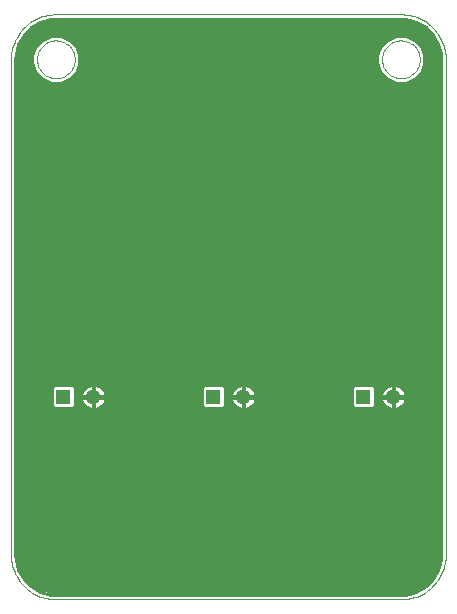
<source format=gtl>
G75*
G70*
%OFA0B0*%
%FSLAX24Y24*%
%IPPOS*%
%LPD*%
%AMOC8*
5,1,8,0,0,1.08239X$1,22.5*
%
%ADD10C,0.0000*%
%ADD11R,0.0515X0.0515*%
%ADD12C,0.0515*%
%ADD13C,0.0100*%
D10*
X000656Y002155D02*
X000656Y018655D01*
X001526Y018655D02*
X001528Y018705D01*
X001534Y018755D01*
X001544Y018804D01*
X001558Y018852D01*
X001575Y018899D01*
X001596Y018944D01*
X001621Y018988D01*
X001649Y019029D01*
X001681Y019068D01*
X001715Y019105D01*
X001752Y019139D01*
X001792Y019169D01*
X001834Y019196D01*
X001878Y019220D01*
X001924Y019241D01*
X001971Y019257D01*
X002019Y019270D01*
X002069Y019279D01*
X002118Y019284D01*
X002169Y019285D01*
X002219Y019282D01*
X002268Y019275D01*
X002317Y019264D01*
X002365Y019249D01*
X002411Y019231D01*
X002456Y019209D01*
X002499Y019183D01*
X002540Y019154D01*
X002579Y019122D01*
X002615Y019087D01*
X002647Y019049D01*
X002677Y019009D01*
X002704Y018966D01*
X002727Y018922D01*
X002746Y018876D01*
X002762Y018828D01*
X002774Y018779D01*
X002782Y018730D01*
X002786Y018680D01*
X002786Y018630D01*
X002782Y018580D01*
X002774Y018531D01*
X002762Y018482D01*
X002746Y018434D01*
X002727Y018388D01*
X002704Y018344D01*
X002677Y018301D01*
X002647Y018261D01*
X002615Y018223D01*
X002579Y018188D01*
X002540Y018156D01*
X002499Y018127D01*
X002456Y018101D01*
X002411Y018079D01*
X002365Y018061D01*
X002317Y018046D01*
X002268Y018035D01*
X002219Y018028D01*
X002169Y018025D01*
X002118Y018026D01*
X002069Y018031D01*
X002019Y018040D01*
X001971Y018053D01*
X001924Y018069D01*
X001878Y018090D01*
X001834Y018114D01*
X001792Y018141D01*
X001752Y018171D01*
X001715Y018205D01*
X001681Y018242D01*
X001649Y018281D01*
X001621Y018322D01*
X001596Y018366D01*
X001575Y018411D01*
X001558Y018458D01*
X001544Y018506D01*
X001534Y018555D01*
X001528Y018605D01*
X001526Y018655D01*
X000656Y018655D02*
X000658Y018731D01*
X000664Y018807D01*
X000673Y018882D01*
X000687Y018957D01*
X000704Y019031D01*
X000725Y019104D01*
X000749Y019176D01*
X000778Y019247D01*
X000809Y019316D01*
X000844Y019383D01*
X000883Y019448D01*
X000925Y019512D01*
X000970Y019573D01*
X001018Y019632D01*
X001069Y019688D01*
X001123Y019742D01*
X001179Y019793D01*
X001238Y019841D01*
X001299Y019886D01*
X001363Y019928D01*
X001428Y019967D01*
X001495Y020002D01*
X001564Y020033D01*
X001635Y020062D01*
X001707Y020086D01*
X001780Y020107D01*
X001854Y020124D01*
X001929Y020138D01*
X002004Y020147D01*
X002080Y020153D01*
X002156Y020155D01*
X013656Y020155D01*
X013026Y018655D02*
X013028Y018705D01*
X013034Y018755D01*
X013044Y018804D01*
X013058Y018852D01*
X013075Y018899D01*
X013096Y018944D01*
X013121Y018988D01*
X013149Y019029D01*
X013181Y019068D01*
X013215Y019105D01*
X013252Y019139D01*
X013292Y019169D01*
X013334Y019196D01*
X013378Y019220D01*
X013424Y019241D01*
X013471Y019257D01*
X013519Y019270D01*
X013569Y019279D01*
X013618Y019284D01*
X013669Y019285D01*
X013719Y019282D01*
X013768Y019275D01*
X013817Y019264D01*
X013865Y019249D01*
X013911Y019231D01*
X013956Y019209D01*
X013999Y019183D01*
X014040Y019154D01*
X014079Y019122D01*
X014115Y019087D01*
X014147Y019049D01*
X014177Y019009D01*
X014204Y018966D01*
X014227Y018922D01*
X014246Y018876D01*
X014262Y018828D01*
X014274Y018779D01*
X014282Y018730D01*
X014286Y018680D01*
X014286Y018630D01*
X014282Y018580D01*
X014274Y018531D01*
X014262Y018482D01*
X014246Y018434D01*
X014227Y018388D01*
X014204Y018344D01*
X014177Y018301D01*
X014147Y018261D01*
X014115Y018223D01*
X014079Y018188D01*
X014040Y018156D01*
X013999Y018127D01*
X013956Y018101D01*
X013911Y018079D01*
X013865Y018061D01*
X013817Y018046D01*
X013768Y018035D01*
X013719Y018028D01*
X013669Y018025D01*
X013618Y018026D01*
X013569Y018031D01*
X013519Y018040D01*
X013471Y018053D01*
X013424Y018069D01*
X013378Y018090D01*
X013334Y018114D01*
X013292Y018141D01*
X013252Y018171D01*
X013215Y018205D01*
X013181Y018242D01*
X013149Y018281D01*
X013121Y018322D01*
X013096Y018366D01*
X013075Y018411D01*
X013058Y018458D01*
X013044Y018506D01*
X013034Y018555D01*
X013028Y018605D01*
X013026Y018655D01*
X013656Y020155D02*
X013732Y020153D01*
X013808Y020147D01*
X013883Y020138D01*
X013958Y020124D01*
X014032Y020107D01*
X014105Y020086D01*
X014177Y020062D01*
X014248Y020033D01*
X014317Y020002D01*
X014384Y019967D01*
X014449Y019928D01*
X014513Y019886D01*
X014574Y019841D01*
X014633Y019793D01*
X014689Y019742D01*
X014743Y019688D01*
X014794Y019632D01*
X014842Y019573D01*
X014887Y019512D01*
X014929Y019448D01*
X014968Y019383D01*
X015003Y019316D01*
X015034Y019247D01*
X015063Y019176D01*
X015087Y019104D01*
X015108Y019031D01*
X015125Y018957D01*
X015139Y018882D01*
X015148Y018807D01*
X015154Y018731D01*
X015156Y018655D01*
X015156Y002155D01*
X015154Y002079D01*
X015148Y002003D01*
X015139Y001928D01*
X015125Y001853D01*
X015108Y001779D01*
X015087Y001706D01*
X015063Y001634D01*
X015034Y001563D01*
X015003Y001494D01*
X014968Y001427D01*
X014929Y001362D01*
X014887Y001298D01*
X014842Y001237D01*
X014794Y001178D01*
X014743Y001122D01*
X014689Y001068D01*
X014633Y001017D01*
X014574Y000969D01*
X014513Y000924D01*
X014449Y000882D01*
X014384Y000843D01*
X014317Y000808D01*
X014248Y000777D01*
X014177Y000748D01*
X014105Y000724D01*
X014032Y000703D01*
X013958Y000686D01*
X013883Y000672D01*
X013808Y000663D01*
X013732Y000657D01*
X013656Y000655D01*
X002156Y000655D01*
X002080Y000657D01*
X002004Y000663D01*
X001929Y000672D01*
X001854Y000686D01*
X001780Y000703D01*
X001707Y000724D01*
X001635Y000748D01*
X001564Y000777D01*
X001495Y000808D01*
X001428Y000843D01*
X001363Y000882D01*
X001299Y000924D01*
X001238Y000969D01*
X001179Y001017D01*
X001123Y001068D01*
X001069Y001122D01*
X001018Y001178D01*
X000970Y001237D01*
X000925Y001298D01*
X000883Y001362D01*
X000844Y001427D01*
X000809Y001494D01*
X000778Y001563D01*
X000749Y001634D01*
X000725Y001706D01*
X000704Y001779D01*
X000687Y001853D01*
X000673Y001928D01*
X000664Y002003D01*
X000658Y002079D01*
X000656Y002155D01*
D11*
X002406Y007405D03*
X007406Y007405D03*
X012406Y007405D03*
D12*
X013406Y007405D03*
X008406Y007405D03*
X003406Y007405D03*
D13*
X000908Y001638D02*
X001085Y001333D01*
X001334Y001084D01*
X001639Y000908D01*
X001979Y000817D01*
X001979Y000817D01*
X002156Y000805D01*
X013656Y000805D01*
X013832Y000817D01*
X014172Y000908D01*
X014477Y001084D01*
X014727Y001333D01*
X014903Y001638D01*
X014994Y001979D01*
X015006Y002155D01*
X015006Y018593D01*
X015006Y018626D01*
X015006Y018655D01*
X014994Y018831D01*
X014903Y019172D01*
X014727Y019477D01*
X001084Y019477D01*
X001085Y019477D02*
X001334Y019726D01*
X001639Y019902D01*
X001979Y019994D01*
X002156Y020005D01*
X002201Y020005D01*
X002218Y020005D01*
X013656Y020005D01*
X013832Y019994D01*
X014172Y019902D01*
X014477Y019726D01*
X014727Y019477D01*
X014784Y019378D02*
X013947Y019378D01*
X013811Y019435D02*
X014097Y019316D01*
X014317Y019097D01*
X014435Y018810D01*
X014435Y018500D01*
X014317Y018213D01*
X014097Y017994D01*
X013811Y017875D01*
X013500Y017875D01*
X013214Y017994D01*
X012994Y018213D01*
X012876Y018500D01*
X012876Y018810D01*
X012994Y019097D01*
X013214Y019316D01*
X013500Y019435D01*
X013811Y019435D01*
X014134Y019280D02*
X014840Y019280D01*
X014897Y019181D02*
X014232Y019181D01*
X014323Y019083D02*
X014927Y019083D01*
X014953Y018984D02*
X014363Y018984D01*
X014404Y018886D02*
X014979Y018886D01*
X014997Y018787D02*
X014435Y018787D01*
X014435Y018689D02*
X015003Y018689D01*
X015006Y018590D02*
X014435Y018590D01*
X014432Y018491D02*
X015006Y018491D01*
X015006Y018393D02*
X014391Y018393D01*
X014350Y018294D02*
X015006Y018294D01*
X015006Y018196D02*
X014299Y018196D01*
X014201Y018097D02*
X015006Y018097D01*
X015006Y017999D02*
X014102Y017999D01*
X013871Y017900D02*
X015006Y017900D01*
X015006Y017802D02*
X000806Y017802D01*
X000806Y017900D02*
X001940Y017900D01*
X002000Y017875D02*
X002311Y017875D01*
X002597Y017994D01*
X002817Y018213D01*
X002935Y018500D01*
X002935Y018810D01*
X002817Y019097D01*
X002597Y019316D01*
X002311Y019435D01*
X002000Y019435D01*
X001714Y019316D01*
X001494Y019097D01*
X001376Y018810D01*
X001376Y018500D01*
X001494Y018213D01*
X001714Y017994D01*
X002000Y017875D01*
X001709Y017999D02*
X000806Y017999D01*
X000806Y018097D02*
X001610Y018097D01*
X001512Y018196D02*
X000806Y018196D01*
X000806Y018294D02*
X001461Y018294D01*
X001420Y018393D02*
X000806Y018393D01*
X000806Y018491D02*
X001379Y018491D01*
X001376Y018590D02*
X000806Y018590D01*
X000806Y018655D02*
X000817Y018831D01*
X000908Y019172D01*
X001085Y019477D01*
X001028Y019378D02*
X001864Y019378D01*
X001677Y019280D02*
X000971Y019280D01*
X000914Y019181D02*
X001579Y019181D01*
X001489Y019083D02*
X000884Y019083D01*
X000858Y018984D02*
X001448Y018984D01*
X001407Y018886D02*
X000832Y018886D01*
X000814Y018787D02*
X001376Y018787D01*
X001376Y018689D02*
X000808Y018689D01*
X000806Y018655D02*
X000806Y002217D01*
X000806Y002206D01*
X000806Y002155D01*
X000817Y001979D01*
X000908Y001638D01*
X000908Y001641D02*
X014903Y001641D01*
X014930Y001739D02*
X000881Y001739D01*
X000855Y001838D02*
X014956Y001838D01*
X014983Y001936D02*
X000829Y001936D01*
X000813Y002035D02*
X014998Y002035D01*
X015004Y002133D02*
X000807Y002133D01*
X000806Y002232D02*
X015006Y002232D01*
X015006Y002330D02*
X000806Y002330D01*
X000806Y002429D02*
X015006Y002429D01*
X015006Y002527D02*
X000806Y002527D01*
X000806Y002626D02*
X015006Y002626D01*
X015006Y002725D02*
X000806Y002725D01*
X000806Y002823D02*
X015006Y002823D01*
X015006Y002922D02*
X000806Y002922D01*
X000806Y003020D02*
X015006Y003020D01*
X015006Y003119D02*
X000806Y003119D01*
X000806Y003217D02*
X015006Y003217D01*
X015006Y003316D02*
X000806Y003316D01*
X000806Y003414D02*
X015006Y003414D01*
X015006Y003513D02*
X000806Y003513D01*
X000806Y003611D02*
X015006Y003611D01*
X015006Y003710D02*
X000806Y003710D01*
X000806Y003809D02*
X015006Y003809D01*
X015006Y003907D02*
X000806Y003907D01*
X000806Y004006D02*
X015006Y004006D01*
X015006Y004104D02*
X000806Y004104D01*
X000806Y004203D02*
X015006Y004203D01*
X015006Y004301D02*
X000806Y004301D01*
X000806Y004400D02*
X015006Y004400D01*
X015006Y004498D02*
X000806Y004498D01*
X000806Y004597D02*
X015006Y004597D01*
X015006Y004695D02*
X000806Y004695D01*
X000806Y004794D02*
X015006Y004794D01*
X015006Y004892D02*
X000806Y004892D01*
X000806Y004991D02*
X015006Y004991D01*
X015006Y005090D02*
X000806Y005090D01*
X000806Y005188D02*
X015006Y005188D01*
X015006Y005287D02*
X000806Y005287D01*
X000806Y005385D02*
X015006Y005385D01*
X015006Y005484D02*
X000806Y005484D01*
X000806Y005582D02*
X015006Y005582D01*
X015006Y005681D02*
X000806Y005681D01*
X000806Y005779D02*
X015006Y005779D01*
X015006Y005878D02*
X000806Y005878D01*
X000806Y005976D02*
X015006Y005976D01*
X015006Y006075D02*
X000806Y006075D01*
X000806Y006174D02*
X015006Y006174D01*
X015006Y006272D02*
X000806Y006272D01*
X000806Y006371D02*
X015006Y006371D01*
X015006Y006469D02*
X000806Y006469D01*
X000806Y006568D02*
X015006Y006568D01*
X015006Y006666D02*
X000806Y006666D01*
X000806Y006765D02*
X015006Y006765D01*
X015006Y006863D02*
X000806Y006863D01*
X000806Y006962D02*
X015006Y006962D01*
X015006Y007060D02*
X013624Y007060D01*
X013619Y007057D02*
X013671Y007094D01*
X013716Y007140D01*
X013754Y007192D01*
X013783Y007249D01*
X013803Y007310D01*
X013813Y007373D01*
X013813Y007376D01*
X013435Y007376D01*
X013435Y007434D01*
X013813Y007434D01*
X013813Y007437D01*
X013803Y007501D01*
X013783Y007562D01*
X013754Y007619D01*
X013716Y007671D01*
X013671Y007716D01*
X013619Y007754D01*
X013562Y007783D01*
X013501Y007803D01*
X013438Y007813D01*
X013434Y007813D01*
X013434Y007434D01*
X013377Y007434D01*
X013377Y007813D01*
X013374Y007813D01*
X013310Y007803D01*
X013249Y007783D01*
X013192Y007754D01*
X013140Y007716D01*
X013095Y007671D01*
X013057Y007619D01*
X013028Y007562D01*
X013008Y007501D01*
X012998Y007437D01*
X012998Y007434D01*
X013377Y007434D01*
X013377Y007376D01*
X013434Y007376D01*
X013434Y006998D01*
X013438Y006998D01*
X013501Y007008D01*
X013562Y007027D01*
X013619Y007057D01*
X013730Y007159D02*
X015006Y007159D01*
X015006Y007258D02*
X013786Y007258D01*
X013810Y007356D02*
X015006Y007356D01*
X015006Y007455D02*
X013810Y007455D01*
X013786Y007553D02*
X015006Y007553D01*
X015006Y007652D02*
X013730Y007652D01*
X013624Y007750D02*
X015006Y007750D01*
X015006Y007849D02*
X000806Y007849D01*
X000806Y007947D02*
X015006Y007947D01*
X015006Y008046D02*
X000806Y008046D01*
X000806Y008144D02*
X015006Y008144D01*
X015006Y008243D02*
X000806Y008243D01*
X000806Y008341D02*
X015006Y008341D01*
X015006Y008440D02*
X000806Y008440D01*
X000806Y008539D02*
X015006Y008539D01*
X015006Y008637D02*
X000806Y008637D01*
X000806Y008736D02*
X015006Y008736D01*
X015006Y008834D02*
X000806Y008834D01*
X000806Y008933D02*
X015006Y008933D01*
X015006Y009031D02*
X000806Y009031D01*
X000806Y009130D02*
X015006Y009130D01*
X015006Y009228D02*
X000806Y009228D01*
X000806Y009327D02*
X015006Y009327D01*
X015006Y009425D02*
X000806Y009425D01*
X000806Y009524D02*
X015006Y009524D01*
X015006Y009623D02*
X000806Y009623D01*
X000806Y009721D02*
X015006Y009721D01*
X015006Y009820D02*
X000806Y009820D01*
X000806Y009918D02*
X015006Y009918D01*
X015006Y010017D02*
X000806Y010017D01*
X000806Y010115D02*
X015006Y010115D01*
X015006Y010214D02*
X000806Y010214D01*
X000806Y010312D02*
X015006Y010312D01*
X015006Y010411D02*
X000806Y010411D01*
X000806Y010509D02*
X015006Y010509D01*
X015006Y010608D02*
X000806Y010608D01*
X000806Y010707D02*
X015006Y010707D01*
X015006Y010805D02*
X000806Y010805D01*
X000806Y010904D02*
X015006Y010904D01*
X015006Y011002D02*
X000806Y011002D01*
X000806Y011101D02*
X015006Y011101D01*
X015006Y011199D02*
X000806Y011199D01*
X000806Y011298D02*
X015006Y011298D01*
X015006Y011396D02*
X000806Y011396D01*
X000806Y011495D02*
X015006Y011495D01*
X015006Y011593D02*
X000806Y011593D01*
X000806Y011692D02*
X015006Y011692D01*
X015006Y011791D02*
X000806Y011791D01*
X000806Y011889D02*
X015006Y011889D01*
X015006Y011988D02*
X000806Y011988D01*
X000806Y012086D02*
X015006Y012086D01*
X015006Y012185D02*
X000806Y012185D01*
X000806Y012283D02*
X015006Y012283D01*
X015006Y012382D02*
X000806Y012382D01*
X000806Y012480D02*
X015006Y012480D01*
X015006Y012579D02*
X000806Y012579D01*
X000806Y012677D02*
X015006Y012677D01*
X015006Y012776D02*
X000806Y012776D01*
X000806Y012874D02*
X015006Y012874D01*
X015006Y012973D02*
X000806Y012973D01*
X000806Y013072D02*
X015006Y013072D01*
X015006Y013170D02*
X000806Y013170D01*
X000806Y013269D02*
X015006Y013269D01*
X015006Y013367D02*
X000806Y013367D01*
X000806Y013466D02*
X015006Y013466D01*
X015006Y013564D02*
X000806Y013564D01*
X000806Y013663D02*
X015006Y013663D01*
X015006Y013761D02*
X000806Y013761D01*
X000806Y013860D02*
X015006Y013860D01*
X015006Y013958D02*
X000806Y013958D01*
X000806Y014057D02*
X015006Y014057D01*
X015006Y014156D02*
X000806Y014156D01*
X000806Y014254D02*
X015006Y014254D01*
X015006Y014353D02*
X000806Y014353D01*
X000806Y014451D02*
X015006Y014451D01*
X015006Y014550D02*
X000806Y014550D01*
X000806Y014648D02*
X015006Y014648D01*
X015006Y014747D02*
X000806Y014747D01*
X000806Y014845D02*
X015006Y014845D01*
X015006Y014944D02*
X000806Y014944D01*
X000806Y015042D02*
X015006Y015042D01*
X015006Y015141D02*
X000806Y015141D01*
X000806Y015240D02*
X015006Y015240D01*
X015006Y015338D02*
X000806Y015338D01*
X000806Y015437D02*
X015006Y015437D01*
X015006Y015535D02*
X000806Y015535D01*
X000806Y015634D02*
X015006Y015634D01*
X015006Y015732D02*
X000806Y015732D01*
X000806Y015831D02*
X015006Y015831D01*
X015006Y015929D02*
X000806Y015929D01*
X000806Y016028D02*
X015006Y016028D01*
X015006Y016126D02*
X000806Y016126D01*
X000806Y016225D02*
X015006Y016225D01*
X015006Y016324D02*
X000806Y016324D01*
X000806Y016422D02*
X015006Y016422D01*
X015006Y016521D02*
X000806Y016521D01*
X000806Y016619D02*
X015006Y016619D01*
X015006Y016718D02*
X000806Y016718D01*
X000806Y016816D02*
X015006Y016816D01*
X015006Y016915D02*
X000806Y016915D01*
X000806Y017013D02*
X015006Y017013D01*
X015006Y017112D02*
X000806Y017112D01*
X000806Y017210D02*
X015006Y017210D01*
X015006Y017309D02*
X000806Y017309D01*
X000806Y017407D02*
X015006Y017407D01*
X015006Y017506D02*
X000806Y017506D01*
X000806Y017605D02*
X015006Y017605D01*
X015006Y017703D02*
X000806Y017703D01*
X001183Y019575D02*
X014628Y019575D01*
X014530Y019674D02*
X001282Y019674D01*
X001414Y019773D02*
X014397Y019773D01*
X014226Y019871D02*
X001585Y019871D01*
X001890Y019970D02*
X013921Y019970D01*
X013364Y019378D02*
X002447Y019378D01*
X002634Y019280D02*
X013177Y019280D01*
X013079Y019181D02*
X002732Y019181D01*
X002823Y019083D02*
X012989Y019083D01*
X012948Y018984D02*
X002863Y018984D01*
X002904Y018886D02*
X012907Y018886D01*
X012876Y018787D02*
X002935Y018787D01*
X002935Y018689D02*
X012876Y018689D01*
X012876Y018590D02*
X002935Y018590D01*
X002932Y018491D02*
X012879Y018491D01*
X012920Y018393D02*
X002891Y018393D01*
X002850Y018294D02*
X012961Y018294D01*
X013012Y018196D02*
X002799Y018196D01*
X002701Y018097D02*
X013110Y018097D01*
X013209Y017999D02*
X002602Y017999D01*
X002371Y017900D02*
X013440Y017900D01*
X012717Y007793D02*
X012094Y007793D01*
X012018Y007716D01*
X012018Y007094D01*
X012094Y007018D01*
X012717Y007018D01*
X012793Y007094D01*
X012793Y007716D01*
X012717Y007793D01*
X012759Y007750D02*
X013187Y007750D01*
X013081Y007652D02*
X012793Y007652D01*
X012793Y007553D02*
X013025Y007553D01*
X013001Y007455D02*
X012793Y007455D01*
X012793Y007356D02*
X013001Y007356D01*
X012998Y007373D02*
X013008Y007310D01*
X013028Y007249D01*
X013057Y007192D01*
X013095Y007140D01*
X013140Y007094D01*
X013192Y007057D01*
X013249Y007027D01*
X013310Y007008D01*
X013374Y006998D01*
X013377Y006998D01*
X013377Y007376D01*
X012998Y007376D01*
X012998Y007373D01*
X013025Y007258D02*
X012793Y007258D01*
X012793Y007159D02*
X013081Y007159D01*
X013187Y007060D02*
X012760Y007060D01*
X013377Y007060D02*
X013434Y007060D01*
X013434Y007159D02*
X013377Y007159D01*
X013377Y007258D02*
X013434Y007258D01*
X013434Y007356D02*
X013377Y007356D01*
X013377Y007455D02*
X013434Y007455D01*
X013434Y007553D02*
X013377Y007553D01*
X013377Y007652D02*
X013434Y007652D01*
X013434Y007750D02*
X013377Y007750D01*
X012052Y007750D02*
X008624Y007750D01*
X008619Y007754D02*
X008562Y007783D01*
X008501Y007803D01*
X008438Y007813D01*
X008434Y007813D01*
X008434Y007434D01*
X008377Y007434D01*
X008377Y007813D01*
X008374Y007813D01*
X008310Y007803D01*
X008249Y007783D01*
X008192Y007754D01*
X008140Y007716D01*
X008095Y007671D01*
X008057Y007619D01*
X008028Y007562D01*
X008008Y007501D01*
X007998Y007437D01*
X007998Y007434D01*
X008377Y007434D01*
X008377Y007376D01*
X008434Y007376D01*
X008434Y006998D01*
X008438Y006998D01*
X008501Y007008D01*
X008562Y007027D01*
X008619Y007057D01*
X008671Y007094D01*
X008716Y007140D01*
X008754Y007192D01*
X008783Y007249D01*
X008803Y007310D01*
X008813Y007373D01*
X008813Y007376D01*
X008435Y007376D01*
X008435Y007434D01*
X008813Y007434D01*
X008813Y007437D01*
X008803Y007501D01*
X008783Y007562D01*
X008754Y007619D01*
X008716Y007671D01*
X008671Y007716D01*
X008619Y007754D01*
X008730Y007652D02*
X012018Y007652D01*
X012018Y007553D02*
X008786Y007553D01*
X008810Y007455D02*
X012018Y007455D01*
X012018Y007356D02*
X008810Y007356D01*
X008786Y007258D02*
X012018Y007258D01*
X012018Y007159D02*
X008730Y007159D01*
X008624Y007060D02*
X012051Y007060D01*
X008434Y007060D02*
X008377Y007060D01*
X008377Y006998D02*
X008377Y007376D01*
X007998Y007376D01*
X007998Y007373D01*
X008008Y007310D01*
X008028Y007249D01*
X008057Y007192D01*
X008095Y007140D01*
X008140Y007094D01*
X008192Y007057D01*
X008249Y007027D01*
X008310Y007008D01*
X008374Y006998D01*
X008377Y006998D01*
X008377Y007159D02*
X008434Y007159D01*
X008434Y007258D02*
X008377Y007258D01*
X008377Y007356D02*
X008434Y007356D01*
X008434Y007455D02*
X008377Y007455D01*
X008377Y007553D02*
X008434Y007553D01*
X008434Y007652D02*
X008377Y007652D01*
X008377Y007750D02*
X008434Y007750D01*
X008187Y007750D02*
X007759Y007750D01*
X007793Y007716D02*
X007717Y007793D01*
X007094Y007793D01*
X007018Y007716D01*
X007018Y007094D01*
X007094Y007018D01*
X007717Y007018D01*
X007793Y007094D01*
X007793Y007716D01*
X007793Y007652D02*
X008081Y007652D01*
X008025Y007553D02*
X007793Y007553D01*
X007793Y007455D02*
X008001Y007455D01*
X008001Y007356D02*
X007793Y007356D01*
X007793Y007258D02*
X008025Y007258D01*
X008081Y007159D02*
X007793Y007159D01*
X007760Y007060D02*
X008187Y007060D01*
X007051Y007060D02*
X003624Y007060D01*
X003619Y007057D02*
X003671Y007094D01*
X003716Y007140D01*
X003754Y007192D01*
X003783Y007249D01*
X003803Y007310D01*
X003813Y007373D01*
X003813Y007376D01*
X003435Y007376D01*
X003435Y007434D01*
X003813Y007434D01*
X003813Y007437D01*
X003803Y007501D01*
X003783Y007562D01*
X003754Y007619D01*
X003716Y007671D01*
X003671Y007716D01*
X003619Y007754D01*
X003562Y007783D01*
X003501Y007803D01*
X003438Y007813D01*
X003434Y007813D01*
X003434Y007434D01*
X003377Y007434D01*
X003377Y007813D01*
X003374Y007813D01*
X003310Y007803D01*
X003249Y007783D01*
X003192Y007754D01*
X003140Y007716D01*
X003095Y007671D01*
X003057Y007619D01*
X003028Y007562D01*
X003008Y007501D01*
X002998Y007437D01*
X002998Y007434D01*
X003377Y007434D01*
X003377Y007376D01*
X003434Y007376D01*
X003434Y006998D01*
X003438Y006998D01*
X003501Y007008D01*
X003562Y007027D01*
X003619Y007057D01*
X003730Y007159D02*
X007018Y007159D01*
X007018Y007258D02*
X003786Y007258D01*
X003810Y007356D02*
X007018Y007356D01*
X007018Y007455D02*
X003810Y007455D01*
X003786Y007553D02*
X007018Y007553D01*
X007018Y007652D02*
X003730Y007652D01*
X003624Y007750D02*
X007052Y007750D01*
X003434Y007750D02*
X003377Y007750D01*
X003377Y007652D02*
X003434Y007652D01*
X003434Y007553D02*
X003377Y007553D01*
X003377Y007455D02*
X003434Y007455D01*
X003377Y007376D02*
X002998Y007376D01*
X002998Y007373D01*
X003008Y007310D01*
X003028Y007249D01*
X003057Y007192D01*
X003095Y007140D01*
X003140Y007094D01*
X003192Y007057D01*
X003249Y007027D01*
X003310Y007008D01*
X003374Y006998D01*
X003377Y006998D01*
X003377Y007376D01*
X003377Y007356D02*
X003434Y007356D01*
X003434Y007258D02*
X003377Y007258D01*
X003377Y007159D02*
X003434Y007159D01*
X003434Y007060D02*
X003377Y007060D01*
X003187Y007060D02*
X002760Y007060D01*
X002793Y007094D02*
X002717Y007018D01*
X002094Y007018D01*
X002018Y007094D01*
X002018Y007716D01*
X002094Y007793D01*
X002717Y007793D01*
X002793Y007716D01*
X002793Y007094D01*
X002793Y007159D02*
X003081Y007159D01*
X003025Y007258D02*
X002793Y007258D01*
X002793Y007356D02*
X003001Y007356D01*
X003001Y007455D02*
X002793Y007455D01*
X002793Y007553D02*
X003025Y007553D01*
X003081Y007652D02*
X002793Y007652D01*
X002759Y007750D02*
X003187Y007750D01*
X002052Y007750D02*
X000806Y007750D01*
X000806Y007652D02*
X002018Y007652D01*
X002018Y007553D02*
X000806Y007553D01*
X000806Y007455D02*
X002018Y007455D01*
X002018Y007356D02*
X000806Y007356D01*
X000806Y007258D02*
X002018Y007258D01*
X002018Y007159D02*
X000806Y007159D01*
X000806Y007060D02*
X002051Y007060D01*
X000964Y001542D02*
X014847Y001542D01*
X014790Y001443D02*
X001021Y001443D01*
X001078Y001345D02*
X014733Y001345D01*
X014640Y001246D02*
X001171Y001246D01*
X001270Y001148D02*
X014541Y001148D01*
X014417Y001049D02*
X001394Y001049D01*
X001565Y000951D02*
X014247Y000951D01*
X013965Y000852D02*
X001847Y000852D01*
M02*

</source>
